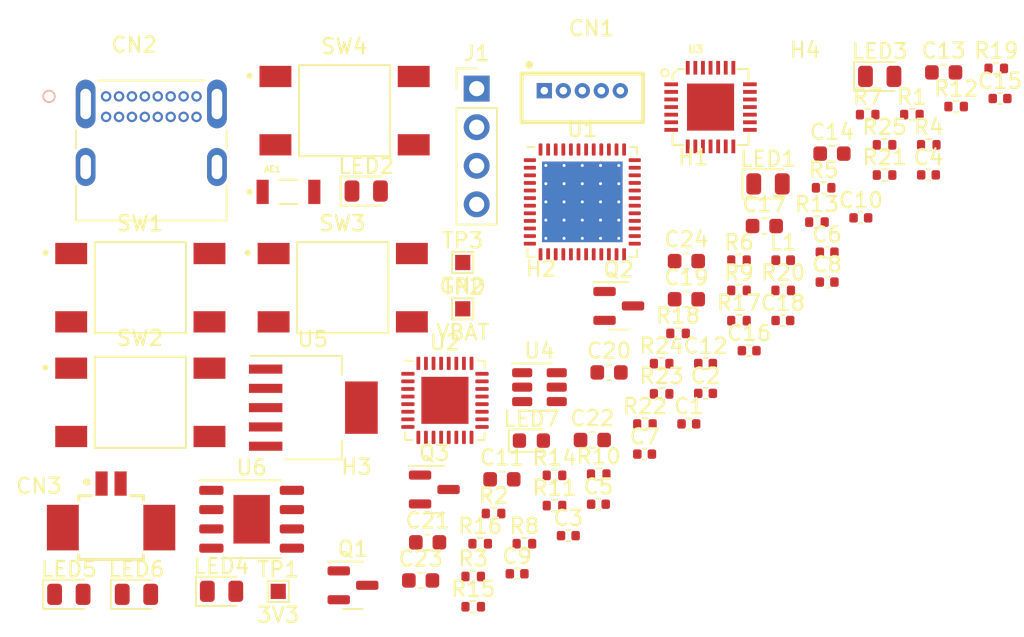
<source format=kicad_pcb>
(kicad_pcb (version 20211014) (generator pcbnew)
  (layers (0 "F.Cu" signal) (1 "In1.Cu" signal "GND") (2 "In2.Cu" signal "PWR") (31 "B.Cu" signal) (34 "B.Paste" user) (35 "F.Paste" user) (36 "B.SilkS" user "B.Silkscreen") (37 "F.SilkS" user "F.Silkscreen") (38 "B.Mask" user) (39 "F.Mask" user) (44 "Edge.Cuts" user))
  (net 0 "")
  (net 1 "Net-(AE1-Pad1)")
  (net 3 "+3V3")
  (net 4 "GND")
  (net 5 "Net-(C7-Pad1)")
  (net 6 "/IO0")
  (net 7 "/ESP_EN")
  (net 8 "VBUS")
  (net 9 "+BATT")
  (net 10 "Net-(CN1-Pad1)")
  (net 11 "Net-(CN1-Pad2)")
  (net 12 "Net-(CN1-Pad3)")
  (net 13 "Net-(CN1-Pad4)")
  (net 14 "Net-(CN1-Pad5)")
  (net 15 "Net-(CN2-PadA5)")
  (net 16 "/USB1_P")
  (net 17 "/USB1_N")
  (net 19 "Net-(CN2-PadB5)")
  (net 21 "/UART_RX")
  (net 22 "/UART_TX")
  (net 23 "Net-(LED1-Pad1)")
  (net 24 "Net-(LED2-Pad1)")
  (net 25 "Net-(LED3-Pad1)")
  (net 26 "Net-(LED4-Pad1)")
  (net 27 "Net-(LED5-Pad1)")
  (net 28 "Net-(LED6-Pad1)")
  (net 29 "Net-(LED7-Pad1)")
  (net 30 "Net-(Q1-Pad1)")
  (net 31 "/RTS")
  (net 32 "Net-(Q2-Pad1)")
  (net 33 "/DTR")
  (net 34 "Net-(Q3-Pad1)")
  (net 35 "Net-(Q3-Pad3)")
  (net 36 "/BOT_BTN")
  (net 37 "Net-(R2-Pad2)")
  (net 38 "Net-(R3-Pad2)")
  (net 39 "/TOP_BTN")
  (net 40 "/LED4")
  (net 41 "/LED3")
  (net 42 "/LED2")
  (net 43 "/LED1")
  (net 44 "/CAP_CLK")
  (net 45 "/CAP_DATA")
  (net 46 "/CAP_ALERT")
  (net 47 "/CAP_RST")
  (net 48 "/USB2_P")
  (net 49 "/USB2_N")
  (net 50 "Net-(R23-Pad2)")
  (net 51 "Net-(R24-Pad1)")
  (net 52 "Net-(R25-Pad2)")
  (footprint "Capacitor_SMD:C_0402_1005Metric" (layer "F.Cu") (at 258.967 68.17)
    (fp_text reference "C8" (at 0 -1.16) (layer "F.SilkS"))
    (fp_text value "2pF")
    (pad "1" smd roundrect locked (at -0.48 0) (size 0.56 0.62) (layers "F.Cu" "F.Paste" "F.Mask") (net 1 "Net-(AE1-Pad1)"))
    (pad "2" smd roundrect locked (at 0.48 0) (size 0.56 0.62) (layers "F.Cu" "F.Paste" "F.Mask") (net 4 "GND"))
  )
  (footprint "Connector_PinHeader_2.54mm:PinHeader_1x04_P2.54mm_Vertical" (layer "F.Cu") (at 235.907 55.43)
    (fp_text reference "J1" (at 0 -2.33) (layer "F.SilkS"))
    (fp_text value "Conn_01x04")
    (pad "1" thru_hole rect locked (at 0 0) (size 1.7 1.7) (drill 1) (layers *.Cu *.Mask) (net 3 "+3V3"))
    (pad "2" thru_hole oval locked (at 0 2.54) (size 1.7 1.7) (drill 1) (layers *.Cu *.Mask) (net 21 "/UART_RX"))
    (pad "3" thru_hole oval locked (at 0 5.08) (size 1.7 1.7) (drill 1) (layers *.Cu *.Mask) (net 22 "/UART_TX"))
    (pad "4" thru_hole oval locked (at 0 7.62) (size 1.7 1.7) (drill 1) (layers *.Cu *.Mask) (net 4 "GND"))
  )
  (footprint "Resistor_SMD:R_0402_1005Metric" (layer "F.Cu") (at 253.167 66.73)
    (fp_text reference "R6" (at 0 -1.17) (layer "F.SilkS"))
    (fp_text value "4.7k")
    (pad "1" smd roundrect locked (at -0.51 0) (size 0.54 0.64) (layers "F.Cu" "F.Paste" "F.Mask") (net 3 "+3V3"))
    (pad "2" smd roundrect locked (at 0.51 0) (size 0.54 0.64) (layers "F.Cu" "F.Paste" "F.Mask") (net 6 "/IO0"))
  )
  (footprint "MountingHole:MountingHole_2.2mm_M2_ISO14580" (layer "F.Cu") (at 240.137 70.19)
    (fp_text reference "H2" (at 0 -2.9) (layer "F.SilkS"))
    (fp_text value "MountingHole")
    (pad "" np_thru_hole circle locked (at 0 0) (size 2.2 2.2) (drill 2.2) (layers *.Cu *.Mask))
  )
  (footprint "personal:ANT_AMCA31-2R450G-S1F-T3" (layer "F.Cu") (at 223.52 62.23)
    (fp_text reference "AE1" (at -1.06 -1.5) (layer "F.SilkS") (effects (font (size 0.393701 0.393701))))
    (fp_text value "AMCA31-2R450G-S1F-T3")
    (pad "1" smd rect (at -1.7 0) (size 0.8 1.6) (layers "F.Cu" "F.Paste" "F.Mask") (net 1 "Net-(AE1-Pad1)"))
    (pad "2" smd rect (at 1.7 0) (size 0.8 1.6) (layers "F.Cu" "F.Paste" "F.Mask"))
  )
  (footprint "Resistor_SMD:R_0402_1005Metric" (layer "F.Cu") (at 235.677 89.55)
    (fp_text reference "R15" (at 0 -1.17) (layer "F.SilkS"))
    (fp_text value "4.7k")
    (pad "1" smd roundrect locked (at -0.51 0) (size 0.54 0.64) (layers "F.Cu" "F.Paste" "F.Mask") (net 46 "/CAP_ALERT"))
    (pad "2" smd roundrect locked (at 0.51 0) (size 0.54 0.64) (layers "F.Cu" "F.Paste" "F.Mask") (net 4 "GND"))
  )
  (footprint "personal:2137160001" (layer "F.Cu") (at 211.519 55.941)
    (fp_text reference "CN2" (at 1.85 -3.4) (layer "F.SilkS"))
    (fp_text value "2137160001")
    (pad "A1" thru_hole circle (at 0 0) (size 0.6858 0.6858) (drill 0.4) (layers *.Cu *.Mask) (net 4 "GND"))
    (pad "A4" thru_hole circle (at 0.85 0) (size 0.6858 0.6858) (drill 0.4) (layers *.Cu *.Mask) (net 8 "VBUS"))
    (pad "A5" thru_hole circle (at 1.7 0) (size 0.6858 0.6858) (drill 0.4) (layers *.Cu *.Mask) (net 15 "Net-(CN2-PadA5)"))
    (pad "A6" thru_hole circle (at 2.55 0) (size 0.6858 0.6858) (drill 0.4) (layers *.Cu *.Mask) (net 16 "/USB1_P"))
    (pad "A7" thru_hole circle (at 3.400001 0) (size 0.6858 0.6858) (drill 0.4) (layers *.Cu *.Mask) (net 17 "/USB1_N"))
    (pad "A8" thru_hole circle (at 4.249999 0) (size 0.6858 0.6858) (drill 0.4) (layers *.Cu *.Mask))
    (pad "A9" thru_hole circle (at 5.1 0) (size 0.6858 0.6858) (drill 0.4) (layers *.Cu *.Mask) (net 8 "VBUS"))
    (pad "A12" thru_hole circle (at 5.950001 0) (size 0.6858 0.6858) (drill 0.4) (layers *.Cu *.Mask) (net 4 "GND"))
    (pad "B1" thru_hole circle (at 5.950001 1.35) (size 0.6858 0.6858) (drill 0.4) (layers *.Cu *.Mask) (net 4 "GND"))
    (pad "B4" thru_hole circle (at 5.1 1.35) (size 0.6858 0.6858) (drill 0.4) (layers *.Cu *.Mask) (net 8 "VBUS"))
    (pad "B5" thru_hole circle (at 4.249999 1.35) (size 0.6858 0.6858) (drill 0.4) (layers *.Cu *.Mask) (net 19 "Net-(CN2-PadB5)"))
    (pad "B6" thru_hole circle (at 3.400001 1.35) (size 0.6858 0.6858) (drill 0.4) (layers *.Cu *.Mask) (net 16 "/USB1_P"))
    (pad "B7" thru_hole circle (at 2.55 1.35) (size 0.6858 0.6858) (drill 0.4) (layers *.Cu *.Mask) (net 17 "/USB1_N"))
    (pad "B8" thru_hole circle (at 1.7 1.35) (size 0.6858 0.6858) (drill 0.4) (layers *.Cu *.Mask))
    (pad "B9" thru_hole circle (at 0.85 1.35) (size 0.6858 0.6858) (drill 0.4) (layers *.Cu *.Mask) (net 8 "VBUS"))
    (pad "B12" thru_hole circle (at 0 1.35) (size 0.6858 0.6858) (drill 0.4) (layers *.Cu *.Mask) (net 4 "GND"))
    (pad "S" thru_hole oval (at 7.294999 0.499999) (size 1.3 3.2) (drill oval 0.7 2) (layers *.Cu *.Mask) (net 4 "GND"))
    (pad "S" thru_hole oval (at -1.345001 4.650001) (size 1.3 2.5) (drill oval 0.7 1.6) (layers *.Cu *.Mask) (net 4 "GND"))
    (pad "S" thru_hole oval (at -1.345001 0.499999) (size 1.3 3.2) (drill oval 0.7 2) (layers *.Cu *.Mask) (net 4 "GND"))
    (pad "S" thru_hole oval (at 7.294999 4.650001) (size 1.3 2.5) (drill oval 0.7 1.6) (layers *.Cu *.Mask) (net 4 "GND"))
  )
  (footprint "Resistor_SMD:R_0402_1005Metric" (layer "F.Cu") (at 264.547 57.14)
    (fp_text reference "R1" (at 0 -1.17) (layer "F.SilkS"))
    (fp_text value "4.7k")
    (pad "1" smd roundrect locked (at -0.51 0) (size 0.54 0.64) (layers "F.Cu" "F.Paste" "F.Mask") (net 3 "+3V3"))
    (pad "2" smd roundrect locked (at 0.51 0) (size 0.54 0.64) (layers "F.Cu" "F.Paste" "F.Mask") (net 36 "/BOT_BTN"))
  )
  (footprint "Capacitor_SMD:C_0402_1005Metric" (layer "F.Cu") (at 253.837 72.69)
    (fp_text reference "C16" (at 0 -1.16) (layer "F.SilkS"))
    (fp_text value "0.1uF")
    (pad "1" smd roundrect locked (at -0.48 0) (size 0.56 0.62) (layers "F.Cu" "F.Paste" "F.Mask") (net 8 "VBUS"))
    (pad "2" smd roundrect locked (at 0.48 0) (size 0.56 0.62) (layers "F.Cu" "F.Paste" "F.Mask") (net 4 "GND"))
  )
  (footprint "Capacitor_SMD:C_0402_1005Metric" (layer "F.Cu") (at 238.567 87.38)
    (fp_text reference "C9" (at 0 -1.16) (layer "F.SilkS"))
    (fp_text value "0.1uF")
    (pad "1" smd roundrect locked (at -0.48 0) (size 0.56 0.62) (layers "F.Cu" "F.Paste" "F.Mask") (net 6 "/IO0"))
    (pad "2" smd roundrect locked (at 0.48 0) (size 0.56 0.62) (layers "F.Cu" "F.Paste" "F.Mask") (net 4 "GND"))
  )
  (footprint "personal:CurrentTestPoint" (layer "F.Cu") (at 222.847 88.54)
    (fp_text reference "TP1" (at 0 -1.448) (layer "F.SilkS"))
    (fp_text value "3V3" (at 0 1.55) (layer "F.SilkS"))
    (pad "1" smd rect (at 0 0) (size 1 1) (layers "F.Cu" "F.Mask") (net 3 "+3V3"))
  )
  (footprint "Package_TO_SOT_SMD:SOT-23" (layer "F.Cu") (at 233.117 81.83)
    (fp_text reference "Q3" (at 0 -2.4) (layer "F.SilkS"))
    (fp_text value "2N7002")
    (pad "1" smd roundrect locked (at -0.9375 -0.95) (size 1.475 0.6) (layers "F.Cu" "F.Paste" "F.Mask") (net 34 "Net-(Q3-Pad1)"))
    (pad "2" smd roundrect locked (at -0.9375 0.95) (size 1.475 0.6) (layers "F.Cu" "F.Paste" "F.Mask") (net 4 "GND"))
    (pad "3" smd roundrect locked (at 0.9375 0) (size 1.475 0.6) (layers "F.Cu" "F.Paste" "F.Mask") (net 35 "Net-(Q3-Pad3)"))
  )
  (footprint "Capacitor_SMD:C_0603_1608Metric" (layer "F.Cu") (at 232.677 85.31)
    (fp_text reference "C21" (at 0 -1.43) (layer "F.SilkS"))
    (fp_text value "4.7uF")
    (pad "1" smd roundrect locked (at -0.775 0) (size 0.9 0.95) (layers "F.Cu" "F.Paste" "F.Mask") (net 8 "VBUS"))
    (pad "2" smd roundrect locked (at 0.775 0) (size 0.9 0.95) (layers "F.Cu" "F.Paste" "F.Mask") (net 4 "GND"))
  )
  (footprint "Capacitor_SMD:C_0603_1608Metric" (layer "F.Cu") (at 244.617 74.12)
    (fp_text reference "C20" (at 0 -1.43) (layer "F.SilkS"))
    (fp_text value "2.2uF")
    (pad "1" smd roundrect locked (at -0.775 0) (size 0.9 0.95) (layers "F.Cu" "F.Paste" "F.Mask") (net 3 "+3V3"))
    (pad "2" smd roundrect locked (at 0.775 0) (size 0.9 0.95) (layers "F.Cu" "F.Paste" "F.Mask") (net 4 "GND"))
  )
  (footprint "Resistor_SMD:R_0402_1005Metric" (layer "F.Cu") (at 246.977 77.52)
    (fp_text reference "R22" (at 0 -1.17) (layer "F.SilkS"))
    (fp_text value "330")
    (pad "1" smd roundrect locked (at -0.51 0) (size 0.54 0.64) (layers "F.Cu" "F.Paste" "F.Mask") (net 35 "Net-(Q3-Pad3)"))
    (pad "2" smd roundrect locked (at 0.51 0) (size 0.54 0.64) (layers "F.Cu" "F.Paste" "F.Mask") (net 27 "Net-(LED5-Pad1)"))
  )
  (footprint "Capacitor_SMD:C_0402_1005Metric" (layer "F.Cu") (at 256.057 70.7)
    (fp_text reference "C18" (at 0 -1.16) (layer "F.SilkS"))
    (fp_text value "0.1uF")
    (pad "1" smd roundrect locked (at -0.48 0) (size 0.56 0.62) (layers "F.Cu" "F.Paste" "F.Mask") (net 9 "+BATT"))
    (pad "2" smd roundrect locked (at 0.48 0) (size 0.56 0.62) (layers "F.Cu" "F.Paste" "F.Mask") (net 4 "GND"))
  )
  (footprint "Capacitor_SMD:C_0603_1608Metric" (layer "F.Cu") (at 254.837 64.48)
    (fp_text reference "C17" (at 0 -1.43) (layer "F.SilkS"))
    (fp_text value "2.2uF")
    (pad "1" smd roundrect locked (at -0.775 0) (size 0.9 0.95) (layers "F.Cu" "F.Paste" "F.Mask") (net 9 "+BATT"))
    (pad "2" smd roundrect locked (at 0.775 0) (size 0.9 0.95) (layers "F.Cu" "F.Paste" "F.Mask") (net 4 "GND"))
  )
  (footprint "Capacitor_SMD:C_0603_1608Metric" (layer "F.Cu") (at 266.637 54.36)
    (fp_text reference "C13" (at 0 -1.43) (layer "F.SilkS"))
    (fp_text value "2.2uF")
    (pad "1" smd roundrect locked (at -0.775 0) (size 0.9 0.95) (layers "F.Cu" "F.Paste" "F.Mask") (net 8 "VBUS"))
    (pad "2" smd roundrect locked (at 0.775 0) (size 0.9 0.95) (layers "F.Cu" "F.Paste" "F.Mask") (net 4 "GND"))
  )
  (footprint "Inductor_SMD:L_0402_1005Metric" (layer "F.Cu") (at 256.077 66.73)
    (fp_text reference "L1" (at 0 -1.17) (layer "F.SilkS"))
    (fp_text value "LQG15HS2N7S02D")
    (pad "1" smd roundrect locked (at -0.485 0) (size 0.59 0.64) (layers "F.Cu" "F.Paste" "F.Mask") (net 5 "Net-(C7-Pad1)"))
    (pad "2" smd roundrect locked (at 0.485 0) (size 0.59 0.64) (layers "F.Cu" "F.Paste" "F.Mask") (net 1 "Net-(AE1-Pad1)"))
  )
  (footprint "Capacitor_SMD:C_0402_1005Metric" (layer "F.Cu") (at 270.347 56.08)
    (fp_text reference "C15" (at 0 -1.16) (layer "F.SilkS"))
    (fp_text value "1uF")
    (pad "1" smd roundrect locked (at -0.48 0) (size 0.56 0.62) (layers "F.Cu" "F.Paste" "F.Mask") (net 8 "VBUS"))
    (pad "2" smd roundrect locked (at 0.48 0) (size 0.56 0.62) (layers "F.Cu" "F.Paste" "F.Mask") (net 4 "GND"))
  )
  (footprint "MountingHole:MountingHole_2.2mm_M2_ISO14580" (layer "F.Cu") (at 257.507 55.78)
    (fp_text reference "H4" (at 0 -2.9) (layer "F.SilkS"))
    (fp_text value "MountingHole")
    (pad "" np_thru_hole circle locked (at 0 0) (size 2.2 2.2) (drill 2.2) (layers *.Cu *.Mask))
  )
  (footprint "Resistor_SMD:R_0402_1005Metric" (layer "F.Cu") (at 253.167 70.71)
    (fp_text reference "R17" (at 0 -1.17) (layer "F.SilkS"))
    (fp_text value "5.1k")
    (pad "1" smd roundrect locked (at -0.51 0) (size 0.54 0.64) (layers "F.Cu" "F.Paste" "F.Mask") (net 15 "Net-(CN2-PadA5)"))
    (pad "2" smd roundrect locked (at 0.51 0) (size 0.54 0.64) (layers "F.Cu" "F.Paste" "F.Mask") (net 4 "GND"))
  )
  (footprint "LED_SMD:LED_0805_2012Metric" (layer "F.Cu") (at 209.067 88.735)
    (fp_text reference "LED5" (at 0 -1.65) (layer "F.SilkS"))
    (fp_text value "NCD0805R1")
    (pad "1" smd roundrect locked (at -0.9375 0) (size 0.975 1.4) (layers "F.Cu" "F.Paste" "F.Mask") (net 27 "Net-(LED5-Pad1)"))
    (pad "2" smd roundrect locked (at 0.9375 0) (size 0.975 1.4) (layers "F.Cu" "F.Paste" "F.Mask") (net 3 "+3V3"))
  )
  (footprint "LED_SMD:LED_0805_2012Metric" (layer "F.Cu") (at 262.427 54.625)
    (fp_text reference "LED3" (at 0 -1.65) (layer "F.SilkS"))
    (fp_text value "NCD0805R1")
    (pad "1" smd roundrect locked (at -0.9375 0) (size 0.975 1.4) (layers "F.Cu" "F.Paste" "F.Mask") (net 25 "Net-(LED3-Pad1)"))
    (pad "2" smd roundrect locked (at 0.9375 0) (size 0.975 1.4) (layers "F.Cu" "F.Paste" "F.Mask") (net 3 "+3V3"))
  )
  (footprint "Capacitor_SMD:C_0603_1608Metric" (layer "F.Cu") (at 249.707 66.79)
    (fp_text reference "C24" (at 0 -1.43) (layer "F.SilkS"))
    (fp_text value "4.7uF")
    (pad "1" smd roundrect locked (at -0.775 0) (size 0.9 0.95) (layers "F.Cu" "F.Paste" "F.Mask") (net 9 "+BATT"))
    (pad "2" smd roundrect locked (at 0.775 0) (size 0.9 0.95) (layers "F.Cu" "F.Paste" "F.Mask") (net 4 "GND"))
  )
  (footprint "Package_TO_SOT_SMD:SOT-23-6" (layer "F.Cu") (at 240.037 75.09)
    (fp_text reference "U4" (at 0 -2.4) (layer "F.SilkS"))
    (fp_text value "SRV05-4-P-T7")
    (pad "1" smd roundrect locked (at -1.1375 -0.95) (size 1.325 0.6) (layers "F.Cu" "F.Paste" "F.Mask") (net 17 "/USB1_N"))
    (pad "2" smd roundrect locked (at -1.1375 0) (size 1.325 0.6) (layers "F.Cu" "F.Paste" "F.Mask") (net 4 "GND"))
    (pad "3" smd roundrect locked (at -1.1375 0.95) (size 1.325 0.6) (layers "F.Cu" "F.Paste" "F.Mask") (net 16 "/USB1_P"))
    (pad "4" smd roundrect locked (at 1.1375 0.95) (size 1.325 0.6) (layers "F.Cu" "F.Paste" "F.Mask"))
    (pad "5" smd roundrect locked (at 1.1375 0) (size 1.325 0.6) (layers "F.Cu" "F.Paste" "F.Mask") (net 8 "VBUS"))
    (pad "6" smd roundrect locked (at 1.1375 -0.95) (size 1.325 0.6) (layers "F.Cu" "F.Paste" "F.Mask"))
  )
  (footprint "Resistor_SMD:R_0402_1005Metric" (layer "F.Cu") (at 248.077 73.54)
    (fp_text reference "R24" (at 0 -1.17) (layer "F.SilkS"))
    (fp_text value "1.2k")
    (pad "1" smd roundrect locked (at -0.51 0) (size 0.54 0.64) (layers "F.Cu" "F.Paste" "F.Mask") (net 51 "Net-(R24-Pad1)"))
    (pad "2" smd roundrect locked (at 0.51 0) (size 0.54 0.64) (layers "F.Cu" "F.Paste" "F.Mask") (net 4 "GND"))
  )
  (footprint "Capacitor_SMD:C_0603_1608Metric" (layer "F.Cu") (at 259.287 59.71)
    (fp_text reference "C14" (at 0 -1.43) (layer "F.SilkS"))
    (fp_text value "2.2uF")
    (pad "1" smd roundrect locked (at -0.775 0) (size 0.9 0.95) (layers "F.Cu" "F.Paste" "F.Mask") (net 8 "VBUS"))
    (pad "2" smd roundrect locked (at 0.775 0) (size 0.9 0.95) (layers "F.Cu" "F.Paste" "F.Mask") (net 4 "GND"))
  )
  (footprint "Capacitor_SMD:C_0402_1005Metric" (layer "F.Cu") (at 250.967 73.53)
    (fp_text reference "C12" (at 0 -1.16) (layer "F.SilkS"))
    (fp_text value "0.1uF")
    (pad "1" smd roundrect locked (at -0.48 0) (size 0.56 0.62) (layers "F.Cu" "F.Paste" "F.Mask") (net 3 "+3V3"))
    (pad "2" smd roundrect locked (at 0.48 0) (size 0.56 0.62) (layers "F.Cu" "F.Paste" "F.Mask") (net 4 "GND"))
  )
  (footprint "Resistor_SMD:R_0402_1005Metric" (layer "F.Cu") (at 241.027 82.89)
    (fp_text reference "R11" (at 0 -1.17) (layer "F.SilkS"))
    (fp_text value "10k")
    (pad "1" smd roundrect locked (at -0.51 0) (size 0.54 0.64) (layers "F.Cu" "F.Paste" "F.Mask") (net 30 "Net-(Q1-Pad1)"))
    (pad "2" smd roundrect locked (at 0.51 0) (size 0.54 0.64) (layers "F.Cu" "F.Paste" "F.Mask") (net 33 "/DTR"))
  )
  (footprint "MountingHole:MountingHole_2.2mm_M2_ISO14580" (layer "F.Cu") (at 227.997 83.24)
    (fp_text reference "H3" (at 0 -2.9) (layer "F.SilkS"))
    (fp_text value "MountingHole")
    (pad "" np_thru_hole circle locked (at 0 0) (size 2.2 2.2) (drill 2.2) (layers *.Cu *.Mask))
  )
  (footprint "personal:SW_2-1437565-8" (layer "F.Cu") (at 213.772 68.54)
    (fp_text reference "SW1" (at -0.025 -4.235) (layer "F.SilkS"))
    (fp_text value "FSM2JSMAA")
    (pad "1" smd rect (at -4.55 -2.25) (size 2.1 1.4) (layers "F.Cu" "F.Paste" "F.Mask") (net 36 "/BOT_BTN"))
    (pad "2" smd rect (at 4.55 -2.25) (size 2.1 1.4) (layers "F.Cu" "F.Paste" "F.Mask") (net 36 "/BOT_BTN"))
    (pad "3" smd rect (at -4.55 2.25) (size 2.1 1.4) (layers "F.Cu" "F.Paste" "F.Mask") (net 4 "GND"))
    (pad "4" smd rect (at 4.55 2.25) (size 2.1 1.4) (layers "F.Cu" "F.Paste" "F.Mask") (net 4 "GND"))
  )
  (footprint "Capacitor_SMD:C_0402_1005Metric" (layer "F.Cu") (at 241.937 84.87)
    (fp_text reference "C3" (at 0 -1.16) (layer "F.SilkS"))
    (fp_text value "1uF")
    (pad "1" smd roundrect locked (at -0.48 0) (size 0.56 0.62) (layers "F.Cu" "F.Paste" "F.Mask") (net 3 "+3V3"))
    (pad "2" smd roundrect locked (at 0.48 0) (size 0.56 0.62) (layers "F.Cu" "F.Paste" "F.Mask") (net 4 "GND"))
  )
  (footprint "personal:MOLEX_53261-0271" (layer "F.Cu") (at 211.847 84.34)
    (fp_text reference "CN3" (at -4.75 -2.75 180) (layer "F.SilkS") (effects (font (size 1.000346 1.000346))))
    (fp_text value "0532610271")
    (pad "1" smd rect locked (at -0.625 -2.9) (size 0.8 1.6) (layers "F.Cu" "F.Paste" "F.Mask") (net 9 "+BATT"))
    (pad "2" smd rect locked (at 0.625 -2.9) (size 0.8 1.6) (layers "F.Cu" "F.Paste" "F.Mask") (net 4 "GND"))
    (pad "P1" smd rect locked (at -3.175 0) (size 2.1 3) (layers "F.Cu" "F.Paste" "F.Mask") (net 4 "GND"))
    (pad "P2" smd rect locked (at 3.175 0) (size 2.1 3) (layers "F.Cu" "F.Paste" "F.Mask") (net 4 "GND"))
  )
  (footprint "personal:CurrentTestPoint" (layer "F.Cu") (at 234.987 66.88)
    (fp_text reference "TP3" (at 0 -1.448) (layer "F.SilkS"))
    (fp_text value "GND" (at 0 1.55) (layer "F.SilkS"))
    (pad "1" smd rect (at 0 0) (size 1 1) (layers "F.Cu" "F.Mask") (net 4 "GND"))
  )
  (footprint "Capacitor_SMD:C_0402_1005Metric" (layer "F.Cu") (at 250.967 75.5)
    (fp_text reference "C2" (at 0 -1.16) (layer "F.SilkS"))
    (fp_text value "1uF")
    (pad "1" smd roundrect locked (at -0.48 0) (size 0.56 0.62) (layers "F.Cu" "F.Paste" "F.Mask") (net 3 "+3V3"))
    (pad "2" smd roundrect locked (at 0.48 0) (size 0.56 0.62) (layers "F.Cu" "F.Paste" "F.Mask") (net 4 "GND"))
  )
  (footprint "personal:SW_2-1437565-8" (layer "F.Cu") (at 227.092 68.54)
    (fp_text reference "SW3" (at -0.025 -4.235) (layer "F.SilkS"))
    (fp_text value "FSM2JSMAA")
    (pad "1" smd rect (at -4.55 -2.25) (size 2.1 1.4) (layers "F.Cu" "F.Paste" "F.Mask") (net 4 "GND"))
    (pad "2" smd rect (at 4.55 -2.25) (size 2.1 1.4) (layers "F.Cu" "F.Paste" "F.Mask") (net 4 "GND"))
    (pad "3" smd rect (at -4.55 2.25) (size 2.1 1.4) (layers "F.Cu" "F.Paste" "F.Mask") (net 7 "/ESP_EN"))
    (pad "4" smd rect (at 4.55 2.25) (size 2.1 1.4) (layers "F.Cu" "F.Paste" "F.Mask") (net 7 "/ESP_EN"))
  )
  (footprint "LED_SMD:LED_0805_2012Metric" (layer "F.Cu") (at 228.637 62.175)
    (fp_text reference "LED2" (at 0 -1.65) (layer "F.SilkS"))
    (fp_text value "NCD0805R1")
    (pad "1" smd roundrect locked (at -0.9375 0) (size 0.975 1.4) (layers "F.Cu" "F.Paste" "F.Mask") (net 24 "Net-(LED2-Pad1)"))
    (pad "2" smd roundrect locked (at 0.9375 0) (size 0.975 1.4) (layers "F.Cu" "F.Paste" "F.Mask") (net 3 "+3V3"))
  )
  (footprint "Resistor_SMD:R_0402_1005Metric" (layer "F.Cu") (at 243.937 80.82)
    (fp_text reference "R10" (at 0 -1.17) (layer "F.SilkS"))
    (fp_text value "330")
    (pad "1" smd roundrect locked (at -0.51 0) (size 0.54 0.64) (layers "F.Cu" "F.Paste" "F.Mask") (net 43 "/LED1"))
    (pad "2" smd roundrect locked (at 0.51 0) (size 0.54 0.64) (layers "F.Cu" "F.Paste" "F.Mask") (net 26 "Net-(LED4-Pad1)"))
  )
  (footprint "Resistor_SMD:R_0402_1005Metric" (layer "F.Cu") (at 253.167 68.72)
    (fp_text reference "R9" (at 0 -1.17) (layer "F.SilkS"))
    (fp_text value "330")
    (pad "1" smd roundrect locked (at -0.51 0) (size 0.54 0.64) (layers "F.Cu" "F.Paste" "F.Mask") (net 42 "/LED2"))
    (pad "2" smd roundrect locked (at 0.51 0) (size 0.54 0.64) (layers "F.Cu" "F.Paste" "F.Mask") (net 25 "Net-(LED3-Pad1)"))
  )
  (footprint "Package_TO_SOT_SMD:SOT-23" (layer "F.Cu") (at 245.257 69.74)
    (fp_text reference "Q2" (at 0 -2.4) (layer "F.SilkS"))
    (fp_text value "MMBT3904")
    (pad "1" smd roundrect locked (at -0.9375 -0.95) (size 1.475 0.6) (layers "F.Cu" "F.Paste" "F.Mask") (net 32 "Net-(Q2-Pad1)"))
    (pad "2" smd roundrect locked (at -0.9375 0.95) (size 1.475 0.6) (layers "F.Cu" "F.Paste" "F.Mask") (net 33 "/DTR"))
    (pad "3" smd roundrect locked (at 0.9375 0) (size 1.475 0.6) (layers "F.Cu" "F.Paste" "F.Mask") (net 6 "/IO0"))
  )
  (footprint "Package_TO_SOT_SMD:SOT-223-6_TabPin3" (layer "F.Cu") (at 225.157 76.44)
    (fp_text reference "U5" (at -0.0375 -4.5) (layer "F.SilkS"))
    (fp_text value "MCP1826T-3302E_DC")
    (pad "1" smd rect locked (at -3.1375 -2.54) (size 2.2 0.6) (layers "F.Cu" "F.Paste" "F.Mask") (net 9 "+BATT"))
    (pad "2" smd rect locked (at -3.1375 -1.27) (size 2.2 0.6) (layers "F.Cu" "F.Paste" "F.Mask") (net 9 "+BATT"))
    (pad "3" smd rect locked (at 3.1625 0) (size 2.15 3.45) (layers "F.Cu" "F.Paste" "F.Mask") (net 4 "GND"))
    (pad "3" smd rect locked (at -3.1375 0) (size 2.2 0.6) (layers "F.Cu" "F.Paste" "F.Mask") (net 4 "GND"))
    (pad "4" smd rect locked (at -3.1375 1.27) (size 2.2 0.6) (layers "F.Cu" "F.Paste" "F.Mask") (net 3 "+3V3"))
    (pad "5" smd rect locked (at -3.1375 2.54) (size 2.2 0.6) (layers "F.Cu" "F.Paste" "F.Mask") (net 34 "Net-(Q3-Pad1)"))
  )
  (footprint "Capacitor_SMD:C_0603_1608Metric" (layer "F.Cu") (at 249.707 69.3)
    (fp_text reference "C19" (at 0 -1.43) (layer "F.SilkS"))
    (fp_text value "2.2uF")
    (pad "1" smd roundrect locked (at -0.775 0) (size 0.9 0.95) (layers "F.Cu" "F.Paste" "F.Mask") (net 3 "+3V3"))
    (pad "2" smd roundrect locked (at 0.775 0) (size 0.9 0.95) (layers "F.Cu" "F.Paste" "F.Mask") (net 4 "GND"))
  )
  (footprint "Capacitor_SMD:C_0603_1608Metric" (layer "F.Cu") (at 237.567 81.16)
    (fp_text reference "C11" (at 0 -1.43) (layer "F.SilkS"))
    (fp_text value "2.2uF")
    (pad "1" smd roundrect locked (at -0.775 0) (size 0.9 0.95) (layers "F.Cu" "F.Paste" "F.Mask") (net 3 "+3V3"))
    (pad "2" smd roundrect locked (at 0.775 0) (size 0.9 0.95) (layers "F.Cu" "F.Paste" "F.Mask") (net 4 "GND"))
  )
  (footprint "Resistor_SMD:R_0402_1005Metric" (layer "F.Cu") (at 258.737 61.96)
    (fp_text reference "R5" (at 0 -1.17) (layer "F.SilkS"))
    (fp_text value "10k")
    (pad "1" smd roundrect locked (at -0.51 0) (size 0.54 0.64) (layers "F.Cu" "F.Paste" "F.Mask") (net 3 "+3V3"))
    (pad "2" smd roundrect locked (at 0.51 0) (size 0.54 0.64) (layers "F.Cu" "F.Paste" "F.Mask") (net 7 "/ESP_EN"))
  )
  (footprint "Resistor_SMD:R_0402_1005Metric" (layer "F.Cu") (at 237.017 83.41)
    (fp_text reference "R2" (at 0 -1.17) (layer "F.SilkS"))
    (fp_text value "0")
    (pad "1" smd roundrect locked (at -0.51 0) (size 0.54 0.64) (layers "F.Cu" "F.Paste" "F.Mask") (net 21 "/UART_RX"))
    (pad "2" smd roundrect locked (at 0.51 0) (size 0.54 0.64) (layers "F.Cu" "F.Paste" "F.Mask") (net 37 "Net-(R2-Pad2)"))
  )
  (footprint "Resistor_SMD:R_0402_1005Metric" (layer "F.Cu") (at 258.297 64.22)
    (fp_text reference "R13" (at 0 -1.17) (layer "F.SilkS"))
    (fp_text value "4.7k")
    (pad "1" smd roundrect locked (at -0.51 0) (size 0.54 0.64) (layers "F.Cu" "F.Paste" "F.Mask") (net 3 "+3V3"))
    (pad "2" smd roundrect locked (at 0.51 0) (size 0.54 0.64) (layers "F.Cu" "F.Paste" "F.Mask") (net 44 "/CAP_CLK"))
  )
  (footprint "personal:SW_2-1437565-8" (layer "F.Cu") (at 213.772 76.09)
    (fp_text reference "SW2" (at -0.025 -4.235) (layer "F.SilkS"))
    (fp_text value "FSM2JSMAA")
    (pad "1" smd rect (at -4.55 -2.25) (size 2.1 1.4) (layers "F.Cu" "F.Paste" "F.Mask") (net 39 "/TOP_BTN"))
    (pad "2" smd rect (at 4.55 -2.25) (size 2.1 1.4) (layers "F.Cu" "F.Paste" "F.Mask") (net 39 "/TOP_BTN"))
    (pad "3" smd rect (at -4.55 2.25) (size 2.1 1.4) (layers "F.Cu" "F.Paste" "F.Mask") (net 4 "GND"))
    (pad "4" smd rect (at 4.55 2.25) (size 2.1 1.4) (layers "F.Cu" "F.Paste" "F.Mask") (net 4 "GND"))
  )
  (footprint "LED_SMD:LED_0603_1608Metric" (layer "F.Cu") (at 239.507 78.61)
    (fp_text reference "LED7" (at 0 -1.43) (layer "F.SilkS"))
    (fp_text value "19-213/Y2C-CQ2R2L/3T(CY)")
    (pad "1" smd roundrect locked (at -0.7875 0) (size 0.875 0.95) (layers "F.Cu" "F.Paste" "F.Mask") (net 29 "Net-(LED7-Pad1)"))
    (pad "2" smd roundrect locked (at 0.7875 0) (size 0.875 0.95) (layers "F.Cu" "F.Paste" "F.Mask") (net 8 "VBUS"))
  )
  (footprint "Package_TO_SOT_SMD:SOT-23" (layer "F.Cu") (at 227.767 88.14)
    (fp_text reference "Q1" (at 0 -2.4) (layer "F.SilkS"))
    (fp_text value "MMBT3904")
    (pad "1" smd roundrect locked (at -0.9375 -0.95) (size 1.475 0.6) (layers "F.Cu" "F.Paste" "F.Mask") (net 30 "Net-(Q1-Pad1)"))
    (pad "2" smd roundrect locked (at -0.9375 0.95) (size 1.475 0.6) (layers "F.Cu" "F.Paste" "F.Mask") (net 31 "/RTS"))
    (pad "3" smd roundrect locked (at 0.9375 0) (size 1.475 0.6) (layers "F.Cu" "F.Paste" "F.Mask") (net 7 "/ESP_EN"))
  )
  (footprint "personal:QFN28G_0.5-5X5MM" (layer "F.Cu") (at 251.2955 56.645)
    (fp_text reference "U3" (at -0.976228 -3.805681) (layer "F.SilkS") (effects (font (size 0.480111 0.480111))))
    (fp_text value "CP2102-GMR")
    (pad "1" smd rect (at -2.59 -1.5) (size 0.9 0.254) (layers "F.Cu" "F.Paste" "F.Mask"))
    (pad "2" smd rect (at -2.59 -1) (size 0.9 0.254) (layers "F.Cu" "F.Paste" "F.Mask"))
    (pad "3" smd rect (at -2.59 -0.5) (size 0.9 0.254) (layers "F.Cu" "F.Paste" "F.Mask") (net 4 "GND"))
    (pad "4" smd rect (at -2.59 0) (size 0.9 0.254) (layers "F.Cu" "F.Paste" "F.Mask") (net 48 "/USB2_P"))
    (pad "5" smd rect (at -2.59 0.5) (size 0.9 0.254) (layers "F.Cu" "F.Paste" "F.Mask") (net 49 "/USB2_N"))
    (pad "6" smd rect (at -2.59 1) (size 0.9 0.254) (layers "F.Cu" "F.Paste" "F.Mask"))
    (pad "7" smd rect (at -2.59 1.5) (size 0.9 0.254) (layers "F.Cu" "F.Paste" "F.Mask") (net 8 "VBUS"))
    (pad "8" smd rect (at -1.5 2.59) (size 0.254 0.9) (layers "F.Cu" "F.Paste" "F.Mask") (net 8 "VBUS"))
    (pad "9" smd rect (at -1 2.59) (size 0.254 0.9) (layers "F.Cu" "F.Paste" "F.Mask") (net 8 "VBUS"))
    (pad "10" smd rect (at -0.5 2.59) (size 0.254 0.9) (layers "F.Cu" "F.Paste" "F.Mask"))
    (pad "11" smd rect (at 0 2.59) (size 0.254 0.9) (layers "F.Cu" "F.Paste" "F.Mask"))
    (pad "12" smd rect (at 0.5 2.59) (size 0.254 0.9) (layers "F.Cu" "F.Paste" "F.Mask"))
    (pad "13" smd rect (at 1 2.59) (size 0.254 0.9) (layers "F.Cu" "F.Paste" "F.Mask"))
    (pad "14" smd rect (at 1.5 2.59) (size 0.254 0.9) (layers "F.Cu" "F.Paste" "F.Mask"))
    (pad "15" smd rect (at 2.59 1.5) (size 0.9 0.254) (layers "F.Cu" "F.Paste" "F.Mask"))
    (pad "16" smd rect (at 2.59 1) (size 0.9 0.254) (layers "F.Cu" "F.Paste" "F.Mask"))
    (pad "17" smd rect (at 2.59 0.5) (size 0.9 0.254) (layers "F.Cu" "F.Paste" "F.Mask"))
    (pad "18" smd rect (at 2.59 0) (size 0.9 0.254) (layers "F.Cu" "F.Paste" "F.Mask"))
    (pad "19" smd rect (at 2.59 -0.5) (size 0.9 0.254) (layers "F.Cu" "F.Paste" "F.Mask"))
    (pad "20" smd rect (at 2.59 -1) (size 0.9 0.254) (layers "F.Cu" "F.Paste" "F.Mask"))
    (pad "21" smd rect (at 2.59 -1.5) (size 0.9 0.254) (layers "F.Cu" "F.Paste" "F.Mask"))
    (pad "22" smd rect (at 1.5 -2.59) (size 0.254 0.9) (layers "F.Cu" "F.Paste" "F.Mask"))
    (pad "23" smd rect (at 1 -2.59) (size 0.254 0.9) (layers "F.Cu" "F.Paste" "F.Mask"))
    (pad "24" smd rect (at 0.5 -2.59) (size 0.254 0.9) (layers "F.Cu" "F.Paste" "F.Mask") (net 31 "/RTS"))
    (pad "25" smd rect (at 0 -2.59) (size 0.254 0.9) (layers "F.Cu" "F.Paste" "F.Mask") (net 21 "/UART_RX"))
    (pad "26" smd rect (at -0.5 -2.59) (size 0.254 0.9) (layers "F.Cu" "F.Paste" "F.Mask") (net 22 "/UART_TX"))
    (pad "27" smd rect (at -1 -2.59) (size 0.254 0.9) (layers "F.Cu" "F.Paste" "F.Mask"))
    (pad "28" smd rect (at -1.5 -2.59) (size 0.254 0.9) (layers "F.Cu" "F.Paste" "F.Mask") (net 33 "/DTR"))
    (pad "29" smd rect (at 0 0) (size 3.1 3.1) (layers "F.Cu" "F.Mask") (net 4 "GND"))
  )
  (footprint "Package_SO:HTSOP-8-1EP_3.9x4.9mm_P1.27mm_EP2.4x3.2mm" (layer "F.Cu") (at 221.097 83.79)
    (fp_text reference "U6" (at 0 -3.4) (layer "F.SilkS"))
    (fp_text value "TP4056-42-ESOP8")
    (pad "1" smd roundrect locked (at -2.65 -1.905) (size 1.6 0.6) (layers "F.Cu" "F.Paste" "F.Mask") (net 4 "GND"))
    (pad "2" smd roundrect locked (at -2.65 -0.635) (size 1.6 0.6) (layers "F.Cu" "F.Paste" "F.Mask") (net 51 "Net-(R24-Pad1)"))
    (pad "3" smd roundrect locked (at -2.65 0.635) (size 1.6 0.6) (layers "F.Cu" "F.Paste" "F.Mask") (net 4 "GND"))
    (pad "4" smd roundrect locked (at -2.65 1.905) (size 1.6 0.6) (layers "F.Cu" "F.Paste" "F.Mask") (net 8 "VBUS"))
    (pad "5" smd roundrect locked (at 2.65 1.905) (size 1.6 0.6) (layers "F.Cu" "F.Paste" "F.Mask") (net 9 "+BATT"))
    (pad "6" smd roundrect locked (at 2.65 0.635) (size 1.6 0.6) (layers "F.Cu" "F.Paste" "F.Mask") (net 52 "Net-(R25-Pad2)"))
    (pad "7" smd roundrect locked (at 2.65 -0.635) (size 1.6 0.6) (layers "F.Cu" "F.Paste" "F.Mask") (net 50 "Net-(R23-Pad2)"))
    (pad "8" smd roundrect locked (at 2.65 -1.905) (size 1.6 0.6) (layers "F.Cu" "F.Paste" "F.Mask") (net 8 "VBUS"))
    (pad "9" smd rect locked (at 0 0) (size 2.4 3.2) (layers "F.Cu" "F.Mask") (net 4 "GND"))
  )
  (footprint "LED_SMD:LED_0805_2012Metric" (layer "F.Cu") (at 219.117 88.535)
    (fp_text reference "LED4" (at 0 -1.65) (layer "F.SilkS"))
    (fp_text value "NCD0805R1")
    (pad "1" smd roundrect locked (at -0.9375 0) (size 0.975 1.4) (layers "F.Cu" "F.Paste" "F.Mask") (net 26 "Net-(LED4-Pad1)"))
    (pad "2" smd roundrect locked (at 0.9375 0) (size 0.975 1.4) (layers "F.Cu" "F.Paste" "F.Mask") (net 3 "+3V3"))
  )
  (footprint "Resistor_SMD:R_0402_1005Metric" (layer "F.Cu") (at 262.747 61.12)
    (fp_text reference "R21" (at 0 -1.17) (layer "F.SilkS"))
    (fp_text value "100k")
    (pad "1" smd roundrect locked (at -0.51 0) (size 0.54 0.64) (layers "F.Cu" "F.Paste" "F.Mask") (net 34 "Net-(Q3-Pad1)"))
    (pad "2" smd roundrect locked (at 0.51 0) (size 0.54 0.64) (layers "F.Cu" "F.Paste" "F.Mask") (net 3 "+3V3"))
  )
  (footprint "Resistor_SMD:R_0402_1005Metric" (layer "F.Cu") (at 248.077 75.53)
    (fp_text reference "R23" (at 0 -1.17) (layer "F.SilkS"))
    (fp_text value "1.5k")
    (pad "1" smd roundrect locked (at -0.51 0) (size 0.54 0.64) (layers "F.Cu" "F.Paste" "F.Mask") (net 28 "Net-(LED6-Pad1)"))
    (pad "2" smd roundrect locked (at 0.51 0) (size 0.54 0.64) (layers "F.Cu" "F.Paste" "F.Mask") (net 50 "Net-(R23-Pad2)"))
  )
  (footprint "Capacitor_SMD:C_0402_1005Metric" (layer "F.Cu") (at 258.967 66.2)
    (fp_text reference "C6" (at 0 -1.16) (layer "F.SilkS"))
    (fp_text value "0.1uF")
    (pad "1" smd roundrect locked (at -0.48 0) (size 0.56 0.62) (layers "F.Cu" "F.Paste" "F.Mask") (net 3 "+3V3"))
    (pad "2" smd roundrect locked (at 0.48 0) (size 0.56 0.62) (layers "F.Cu" "F.Paste" "F.Mask") (net 4 "GND"))
  )
  (footprint "Resistor_SMD:R_0402_1005Metric" (layer "F.Cu") (at 236.137 85.4)
    (fp_text reference "R16" (at 0 -1.17) (layer "F.SilkS"))
    (fp_text value "4.7k")
    (pad "1" smd roundrect locked (at -0.51 0) (size 0.54 0.64) (layers "F.Cu" "F.Paste" "F.Mask") (net 47 "/CAP_RST"))
    (pad "2" smd roundrect locked (at 0.51 0) (size 0.54 0.64) (layers "F.Cu" "F.Paste" "F.Mask") (net 4 "GND"))
  )
  (footprint "MountingHole:MountingHole_2.2mm_M2_ISO14580" (layer "F.Cu") (at 250.157 62.86)
    (fp_text reference "H1" (at 0 -2.9) (layer "F.SilkS"))
    (fp_text value "MountingHole")
    (pad "" np_thru_hole circle locked (at 0 0) (size 2.2 2.2) (drill 2.2) (layers *.Cu *.Mask))
  )
  (footprint "Resistor_SMD:R_0402_1005Metric" (layer "F.Cu") (at 241.027 80.9)
    (fp_text reference "R14" (at 0 -1.17) (layer "F.SilkS"))
    (fp_text value "4.7k")
    (pad "1" smd roundrect locked (at -0.51 0) (size 0.54 0.64) (layers "F.Cu" "F.Paste" "F.Mask") (net 3 "+3V3"))
    (pad "2" smd roundrect locked (at 0.51 0) (size 0.54 0.64) (layers "F.Cu" "F.Paste" "F.Mask") (net 45 "/CAP_DATA"))
  )
  (footprint "personal:CurrentTestPoint" (layer "F.Cu") (at 234.987 69.93)
    (fp_text reference "TP2" (at 0 -1.448) (layer "F.SilkS"))
    (fp_text value "VBAT" (at 0 1.55) (layer "F.SilkS"))
    (pad "1" smd rect (at 0 0) (size 1 1) (layers "F.Cu" "F.Mask") (net 9 "+BATT"))
  )
  (footprint "Resistor_SMD:R_0402_1005Metric" (layer "F.Cu") (at 249.157 71.55)
    (fp_text reference "R18" (at 0 -1.17) (layer "F.SilkS"))
    (fp_text value "5.1k")
    (pad "1" smd roundrect locked (at -0.51 0) (size 0.54 0.64) (layers "F.Cu" "F.Paste" "F.Mask") (net 19 "Net-(CN2-PadB5)"))
    (pad "2" smd roundrect locked (at 0.51 0) (size 0.54 0.64) (layers "F.Cu" "F.Paste" "F.Mask") (net 4 "GND"))
  )
  (footprint "Resistor_SMD:R_0402_1005Metric" (layer "F.Cu") (at 270.097 54.1)
    (fp_text reference "R19" (at 0 -1.17) (layer "F.SilkS"))
    (fp_text value "0")
    (pad "1" smd roundrect locked (at -0.51 0) (size 0.54 0.64) (layers "F.Cu" "F.Paste" "F.Mask") (net 16 "/USB1_P"))
    (pad "2" smd roundrect locked (at 0.51 0) (size 0.54 0.64) (layers "F.Cu" "F.Paste" "F.Mask") (net 48 "/USB2_P"))
  )
  (footprint "Resistor_SMD:R_0402_1005Metric" (layer "F.Cu") (at 235.677 87.56)
    (fp_text reference "R3" (at 0 -1.17) (layer "F.SilkS"))
    (fp_text value "0")
    (pad "1" smd roundrect locked (at -0.51 0) (size 0.54 0.64) (layers "F.Cu" "F.Paste" "F.Mask") (net 22 "/UART_TX"))
    (pad "2" smd roundrect locked (at 0.51 0) (size 0.54 0.64) (layers "F.Cu" "F.Paste" "F.Mask") (net 38 "Net-(R3-Pad2)"))
  )
  (footprint "Package_DFN_QFN:QFN-48-1EP_7x7mm_P0.5mm_EP5.3x5.3mm_ThermalVias" (layer "F.Cu") (at 242.857 62.89)
    (fp_text reference "U1" (at 0 -4.8) (layer "F.SilkS"))
    (fp_text value "ESP32-PICO-D4")
    (pad "1" smd roundrect locked (at -3.45 -2.75) (size 0.8 0.25) (layers "F.Cu" "F.Paste" "F.Mask") (net 3 "+3V3"))
    (pad "2" smd roundrect locked (at -3.45 -2.25) (size 0.8 0.25) (layers "F.Cu" "F.Paste" "F.Mask") (net 5 "Net-(C7-Pad1)"))
    (pad "3" smd roundrect locked (at -3.45 -1.75) (size 0.8 0.25) (layers "F.Cu" "F.Paste" "F.Mask") (net 3 "+3V3"))
    (pad "4" smd roundrect locked (at -3.45 -1.25) (size 0.8 0.25) (layers "F.Cu" "F.Paste" "F.Mask") (net 3 "+3V3"))
    (pad "5" smd roundrect locked (at -3.45 -0.75) (size 0.8 0.25) (layers "F.Cu" "F.Paste" "F.Mask"))
    (pad "6" smd roundrect locked (at -3.45 -0.25) (size 0.8 0.25) (layers "F.Cu" "F.Paste" "F.Mask") (net 36 "/BOT_BTN"))
    (pad "7" smd roundrect locked (at -3.45 0.25) (size 0.8 0.25) (layers "F.Cu" "F.Paste" "F.Mask") (net 39 "/TOP_BTN"))
    (pad "8" smd roundrect locked (at -3.45 0.75) (size 0.8 0.25) (layers "F.Cu" "F.Paste" "F.Mask"))
    (pad "9" smd roundrect locked (at -3.45 1.25) (size 0.8 0.25) (layers "F.Cu" "F.Paste" "F.Mask") (net 7 "/ESP_EN"))
    (pad "10" smd roundrect locked (at -3.45 1.75) (size 0.8 0.25) (layers "F.Cu" "F.Paste" "F.Mask"))
    (pad "11" smd roundrect locked (at -3.45 2.25) (size 0.8 0.25) (layers "F.Cu" "F.Paste" "F.Mask"))
    (pad "12" smd roundrect locked (at -3.45 2.75) (size 0.8 0.25) (layers "F.Cu" "F.Paste" "F.Mask"))
    (pad "13" smd roundrect locked (at -2.75 3.45) (size 0.25 0.8) (layers "F.Cu" "F.Paste" "F.Mask") (net 41 "/LED3"))
    (pad "14" smd roundrect locked (at -2.25 3.45) (size 0.25 0.8) (layers "F.Cu" "F.Paste" "F.Mask"))
    (pad "15" smd roundrect locked (at -1.75 3.45) (size 0.25 0.8) (layers "F.Cu" "F.Paste" "F.Mask") (net 40 "/LED4"))
    (pad "16" smd roundrect locked (at -1.25 3.45) (size 0.25 0.8) (layers "F.Cu" "F.Paste" "F.Mask"))
    (pad "17" smd roundrect locked (at -0.75 3.45) (size 0.25 0.8) (layers "F.Cu" "F.Paste" "F.Mask") (net 42 "/LED2"))
    (pad "18" smd roundrect locked (at -0.25 3.45) (size 0.25 0.8) (layers "F.Cu" "F.Paste" "F.Mask"))
    (pad "19" smd roundrect locked (at 0.25 3.45) (size 0.25 0.8) (layers "F.Cu" "F.Paste" "F.Mask") (net 3 "+3V3"))
    (pad "20" smd roundrect locked (at 0.75 3.45) (size 0.25 0.8) (layers "F.Cu" "F.Paste" "F.Mask"))
    (pad "21" smd roundrect locked (at 1.25 3.45) (size 0.25 0.8) (layers "F.Cu" "F.Paste" "F.Mask"))
    (pad "22" smd roundrect locked (at 1.75 3.45) (size 0.25 0.8) (layers "F.Cu" "F.Paste" "F.Mask"))
    (pad "23" smd roundrect locked (at 2.25 3.45) (size 0.25 0.8) (layers "F.Cu" "F.Paste" "F.Mask") (net 6 "/IO0"))
    (pad "24" smd roundrect locked (at 2.75 3.45) (size 0.25 0.8) (layers "F.Cu" "F.Paste" "F.Mask"))
    (pad "25" smd roundrect locked (at 3.45 2.75) (size 0.8 0.25) (layers "F.Cu" "F.Paste" "F.Mask") (net 43 "/LED1"))
    (pad "26" smd roundrect locked (at 3.45 2.25) (size 0.8 0.25) (layers "F.Cu" "F.Paste" "F.Mask") (net 3 "+3V3"))
    (pad "27" smd roundrect locked (at 3.45 1.75) (size 0.8 0.25) (layers "F.Cu" "F.Paste" "F.Mask") (net 47 "/CAP_RST"))
    (pad "28" smd roundrect locked (at 3.45 1.25) (size 0.8 0.25) (layers "F.Cu" "F.Paste" "F.Mask"))
    (pad "29" smd roundrect locked (at 3.45 0.75) (size 0.8 0.25) (layers "F.Cu" "F.Paste" "F.Mask"))
    (pad "30" smd roundrect locked (at 3.45 0.25) (size 0.8 0.25) (layers "F.Cu" "F.Paste" "F.Mask"))
    (pad "31" smd roundrect locked (at 3.45 -0.25) (size 0.8 0.25) (layers "F.Cu" "F.Paste" "F.Mask"))
    (pad "32" smd roundrect locked (at 3.45 -0.75) (size 0.8 0.25) (layers "F.Cu" "F.Paste" "F.Mask"))
    (pad "33" smd roundrect locked (at 3.45 -1.25) (size 0.8 0.25) (layers "F.Cu" "F.Paste" "F.Mask"))
    (pad "34" smd roundrect locked (at 3.45 -1.75) (size 0.8 0.25) (layers "F.Cu" "F.Paste" "F.Mask"))
    (pad "35" smd roundrect locked (at 3.45 -2.25) (size 0.8 0.25) (layers "F.Cu" "F.Paste" "F.Mask") (net 46 "/CAP_ALERT"))
    (pad "36" smd roundrect locked (at 3.45 -2.75) (size 0.8 0.25) (layers "F.Cu" "F.Paste" "F.Mask"))
    (pad "37" smd roundrect locked (at 2.75 -3.45) (size 0.25 0.8) (layers "F.Cu" "F.Paste" "F.Mask") (net 3 "+3V3"))
    (pad "38" smd roundrect locked (at 2.25 -3.45) (size 0.25 0.8) (layers "F.Cu" "F.Paste" "F.Mask"))
    (pad "39" smd roundrect locked (at 1.75 -3.45) (size 0.25 0.8) (layers "F.Cu" "F.Paste" "F.Mask") (net 44 "/CAP_CLK"))
    (pad "40" smd roundrect locked (at 1.25 -3.45) (size 0.25 0.8) (layers "F.Cu" "F.Paste" "F.Mask") (net 38 "Net-(R3-Pad2)"))
    (pad "41" smd roundrect locked (at 0.75 -3.45) (size 0.25 0.8) (layers "F.Cu" "F.Paste" "F.Mask") (net 37 "Net-(R2-Pad2)"))
    (pad "42" smd roundrect locked (at 0.25 -3.45) (size 0.25 0.8) (layers "F.Cu" "F.Paste" "F.Mask") (net 45 "/CAP_DATA"))
    (pad "43" smd roundrect locked (at -0.25 -3.45) (size 0.25 0.8) (layers "F.Cu" "F.Paste" "F.Mask") (net 3 "+3V3"))
    (pad "44" smd roundrect locked (at -0.75 -3.45) (size 0.25 0.8) (layers "F.Cu" "F.Paste" "F.Mask"))
    (pad "45" smd roundrect locked (at -1.25 -3.45) (size 0.25 0.8) (layers "F.Cu" "F.Paste" "F.Mask"))
    (pad "46" smd roundrect locked (at -1.75 -3.45) (size 0.25 0.8) (layers "F.Cu" "F.Paste" "F.Mask") (net 3 "+3V3"))
    (pad "47" smd roundrect locked (at -2.25 -3.45) (size 0.25 0.8) (layers "F.Cu" "F.Paste" "F.Mask"))
    (pad "48" smd roundrect locked (at -2.75 -3.45) (size 0.25 0.8) (layers "F.Cu" "F.Paste" "F.Mask"))
    (pad "49" thru_hole circle locked (at 2.4 -2.4) (size 0.5 0.5) (drill 0.2) (layers *.Cu) (net 4 "GND"))
    (pad "49" thru_hole circle locked (at 1.2 -1.2) (size 0.5 0.5) (drill 0.2) (layers *.Cu) (net 4 "GND"))
    (pad "49" thru_hole circle locked (at -2.4 -2.4) (size 0.5 0.5) (drill 0.2) (layers *.Cu) (net 4 "GND"))
    (pad "49" thru_hole circle locked (at 1.2 0) (size 0.5 0.5) (drill 0.2) (layers *.Cu) (net 4 "GND"))
    (pad "49" thru_hole circle locked (at 2.4 -1.2) (size 0.5 0.5) (drill 0.2) (layers *.Cu) (net 4 "GND"))
    (pad "49" thru_hole circle locked (at -1.2 -1.2) (size 0.5 0.5) (drill 0.2) (layers *.Cu) (net 4 "GND"))
    (pad "49" thru_hole circle locked (at 2.4 2.4) (size 0.5 0.5) (drill 0.2) (layers *.Cu) (net 4 "GND"))
    (pad "49" thru_hole circle locked (at -2.4 -1.2) (size 0.5 0.5) (drill 0.2) (layers *.Cu) (net 4 "GND"))
    (pad "49" thru_hole circle locked (at 0 -1.2) (size 0.5 0.5) (drill 0.2) (layers *.Cu) (net 4 "GND"))
    (pad "49" thru_hole circle locked (at 1.2 1.2) (size 0.5 0.5) (drill 0.2) (layers *.Cu) (net 4 "GND"))
    (pad "49" thru_hole circle locked (at 0 2.4) (size 0.5 0.5) (drill 0.2) (layers *.Cu) (net 4 "GND"))
    (pad "49" thru_hole circle locked (at 0 0) (size 0.5 0.5) (drill 0.2) (layers *.Cu) (net 4 "GND"))
    (pad "49" smd rect locked (at 0 0) (size 5.3 5.3) (layers "F.Cu" "F.Mask") (net 4 "GND"))
    (pad "49" thru_hole circle locked (at 0 -2.4) (size 0.5 0.5) (drill 0.2) (layers *.Cu) (net 4 "GND"))
    (pad "49" thru_hole circle locked (at 1.2 -2.4) (size 0.5 0.5) (drill 0.2) (layers *.Cu) (net 4 "GND"))
    (pad "49" thru_hole circle locked (at -1.2 0) (size 0.5 0.5) (drill 0.2) (layers *.Cu) (net 4 "GND"))
    (pad "49" thru_hole circle locked (at -1.2 1.2) (size 0.5 0.5) (drill 0.2) (layers *.Cu) (net 4 "GND"))
    (pad "49" smd rect locked (at 0 0) (size 5.3 5.3) (layers "B.Cu") (net 4 "GND"))
    (pad "49" thru_hole circle locked (at 2.4 1.2) (size 0.5 0.5) (drill 0.2) (layers *.Cu) (net 4 "GND"))
    (pad "49" thru_hole circle locked (at -1.2 -2.4) (size 0.5 0.5) (drill 0.2) (layers *.Cu) (net 4 "GND"))
    (pad "49" thru_hole circle locked (at -2.4 2.4) (size 0.5 0.5) (drill 0.2) (layers *.Cu) (net 4 "GND"))
    (pad "49" thru_hole circle locked (at 2.4 0) (size 0.5 0.5) (drill 0.2) (layers *.Cu) (net 4 "GND"))
    (pad "49" thru_hole circle locked (at -2.4 0) (size 0.5 0.5) (drill 0.2) (layers *.Cu) (net 4 "GND"))
    (pad "49" thru_hole circle locked (at 0 1.2) (size 0.5 0.5) (drill 0.2) (layers *.Cu) (net 4 "GND"))
    (pad "49" thru_hole circle locked (at -2.4 1.2) (size 0.5 0.5) (drill 0.2) (layers *.Cu) (net 4 "GND"))
    (pad "49" thru_hole circle locked (at -1.2 2.4) (size 0.5 0.5) (drill 0.2) (layers *.Cu) (net 4 "GND"))
    (pad "49" thru_hole circle locked (at 1.2 2.4) (size 0.5 0.5) (drill 0.2) (layers *.Cu) (net 4 "GND"))
  )
  (footprint "Capacitor_SMD:C_0402_1005Metric" (layer "F.Cu") (at 265.637 61.11)
    (fp_text reference "C4" (at 0 -1.16) (layer "F.SilkS"))
    (fp_text value "0.1uF")
    (pad "1" smd roundrect locked (at -0.48 0) (size 0.56 0.62) (layers "F.Cu" "F.Paste" "F.Mask") (net 3 "+3V3"))
    (pad "2" smd roundrect locked (at 0.48 0) (size 0.56 0.62) (layers "F.Cu" "F.Paste" "F.Mask") (net 4 "GND"))
  )
  (footprint "LED_SMD:LED_0805_2012Metric" (layer "F.Cu") (at 255.077 61.705)
    (fp_text reference "LED1" (at 0 -1.65) (layer "F.SilkS"))
    (fp_text value "NCD0805R1")
    (pad "1" smd roundrect locked (at -0.9375 0) (size 0.975 1.4) (layers "F.Cu" "F.Paste" "F.Mask") (net 23 "Net-(LED1-Pad1)"))
    (pad "2" smd roundrect locked (at 0.9375 0) (size 0.975 1.4) (layers "F.Cu" "F.Paste" "F.Mask") (net 3 "+3V3"))
  )
  (footprint "Resistor_SMD:R_0402_1005Metric" (layer "F.Cu") (at 239.047 85.4)
    (fp_text reference "R8" (at 0 -1.17) (layer "F.SilkS"))
    (fp_text value "330")
    (pad "1" smd roundrect locked (at -0.51 0) (size 0.54 0.64) (layers "F.Cu" "F.Paste" "F.Mask") (net 41 "/LED3"))
    (pad "2" smd roundrect locked (at 0.51 0) (size 0.54 0.64) (layers "F.Cu" "F.Paste" "F.Mask") (net 24 "Net-(LED2-Pad1)"))
  )
  (footprint "personal:0530470510" (layer "F.Cu") (at 242.859 55.565)
    (fp_text reference "CN1" (at 0.6 -4.1 unlocked) (layer "F.SilkS"))
    (fp_text value "0530470510")
    (pad "1" thru_hole rect (at -2.5 0) (size 1 1) (drill 0.5) (layers *.Cu *.Mask) (net 10 "Net-(CN1-Pad1)"))
    (pad "2" thru_hole circle (at -1.25 0) (size 1 1) (drill 0.5) (layers *.Cu *.Mask) (net 11 "Net-(CN1-Pad2)"))
    (pad "3" thru_hole circle (at 0 0) (size 1 1) (drill 0.5) (layers *.Cu *.Mask) (net 12 "Net-(CN1-Pad3)"))
    (pad "4" thru_hole circle (at 1.25 0) (size 1 1) (drill 0.5) (layers *.Cu *.Mask) (net 13 "Net-(CN1-Pad4)"))
    (pad "5" thru_hole circle (at 2.5 0) (size 1 1) (drill 0.5) (layers *.Cu *.Mask) (net 14 "Net-(CN1-Pad5)"))
  )
  (footprint "personal:SW_2-1437565-8" (layer "F.Cu") (at 227.212 56.88)
    (fp_text reference "SW4" (at -0.025 -4.235) (layer "F.SilkS"))
    (fp_text value "FSM2JSMAA")
    (pad "1" smd rect (at -4.55 -2.25) (size 2.1 1.4) (layers "F.Cu" "F.Paste" "F.Mask") (net 4 "GND"))
    (pad "2" smd rect (at 4.55 -2.25) (size 2.1 1.4) (layers "F.Cu" "F.Paste" "F.Mask") (net 4 "GND"))
    (pad "3" smd rect (at -4.55 2.25) (size 2.1 1.4) (layers "F.Cu" "F.Paste" "F.Mask") (net 6 "/IO0"))
    (pad "4" smd rect (at 4.55 2.25) (size 2.1 1.4) (layers "F.Cu" "F.Paste" "F.Mask") (net 6 "/IO0"))
  )
  (footprint "Resistor_SMD:R_0402_1005Metric" (layer "F.Cu") (at 267.457 56.61)
    (fp_text reference "R12" (at 0 -1.17) (layer "F.SilkS"))
    (fp_text value "10k")
    (pad "1" smd roundrect locked (at -0.51 0) (size 0.54 0.64) (layers "F.Cu" "F.Paste" "F.Mask") (net 32 "Net-(Q2-Pad1)"))
    (pad "2" smd roundrect locked (at 0.51 0) (size 0.54 0.64) (layers "F.Cu" "F.Paste" "F.Mask") (net 31 "/RTS"))
  )
  (footprint "Resistor_SMD:R_0402_1005Metric" (layer "F.Cu") (at 262.747 59.13)
    (fp_text reference "R25" (at 0 -1.17) (layer "F.SilkS"))
    (fp_text value "1.5k")
    (pad "1" smd roundrect locked (at -0.51 0) (size 0.54 0.64) (layers "F.Cu" "F.Paste" "F.Mask") (net 29 "Net-(LED7-Pad1)"))
    (pad "2" smd roundrect locked (at 0.51 0) (size 0.54 0.64) (layers "F.Cu" "F.Paste" "F.Mask") (net 52 "Net-(R25-Pad2)"))
  )
  (footprint "Capacitor_SMD:C_0603_1608Metric" (layer "F.Cu") (at 232.217 87.82)
    (fp_text reference "C23" (at 0 -1.43) (layer "F.SilkS"))
    (fp_text value "4.7uF")
    (pad "1" smd roundrect locked (at -0.775 0) (size 0.9 0.95) (layers "F.Cu" "F.Paste" "F.Mask") (net 9 "+BATT"))
    (pad "2" smd roundrect locked (at 0.775 0) (size 0.9 0.95) (layers "F.Cu" "F.Paste" "F.Mask") (net 4 "GND"))
  )
  (footprint "Resistor_SMD:R_0402_1005Metric" (layer "F.Cu") (at 265.657 59.13)
    (fp_text reference "R4" (at 0 -1.17) (layer "F.SilkS"))
    (fp_text value "4.7k")
    (pad "1" smd roundrect locked (at -0.51 0) (size 0.54 0.64) (layers "F.Cu" "F.Paste" "F.Mask") (net 3 "+3V3"))
    (pad "2" smd roundrect locked (at 0.51 0) (size 0.54 0.64) (layers "F.Cu" "F.Paste" "F.Mask") (net 39 "/TOP_BTN"))
  )
  (footprint "Resistor_SMD:R_0402_1005Metric" (layer "F.Cu") (at 261.637 57.14)
    (fp_text reference "R7" (at 0 -1.17) (layer "F.SilkS"))
    (fp_text value "330")
    (pad "1" smd roundrect locked (at -0.51 0) (size 0.54 0.64) (layers "F.Cu" "F.Paste" "F.Mask") (net 40 "/LED4"))
    (pad "2" smd roundrect locked (at 0.51 0) (size 0.54 0.64) (layers "F.Cu" "F.Paste" "F.Mask") (net 23 "Net-(LED1-Pad1)"))
  )
  (footprint "Capacitor_SMD:C_0603_1608Metric" (layer "F.Cu") (at 243.517 78.57)
    (fp_text reference "C22" (at 0 -1.43) (layer "F.SilkS"))
    (fp_text value "4.7uF")
    (pad "1" smd roundrect locked (at -0.775 0) (size 0.9 0.95) (layers "F.Cu" "F.Paste" "F.Mask") (net 8 "VBUS"))
    (pad "2" smd roundrect locked (at 0.775 0) (size 0.9 0.95) (layers "F.Cu" "F.Paste" "F.Mask") (net 4 "GND"))
  )
  (footprint "Capacitor_SMD:C_0402_1005Metric" (layer "F.Cu") (at 249.867 77.51)
    (fp_text reference "C1" (at 0 -1.16) (layer "F.SilkS"))
    (fp_text value "1uF")
    (pad "1" smd roundrect locked (at -0.48 0) (size 0.56 0.62) (layers "F.Cu" "F.Paste" "F.Mask") (net 3 "+3V3"))
    (pad "2" smd roundrect locked (at 0.48 0) (size 0.56 0.62) (layers "F.Cu" "F.Paste" "F.Mask") (net 4 "GND"))
  )
  (footprint "Resistor_SMD:R_0402_1005Metric" (layer "F.Cu") (at 256.077 68.72)
    (fp_text reference "R20" (at 0 -1.17) (layer "F.SilkS"))
    (fp_text value "0")
    (pad "1" smd roundrect locked (at -0.51 0) (size 0.54 0.64) (layers "F.Cu" "F.Paste" "F.Mask") (net 17 "/USB1_N"))
    (pad "2" smd roundrect locked (at 0.51 0) (size 0.54 0.64) (layers "F.Cu" "F.Paste" "F.Mask") (net 49 "/USB2_N"))
  )
  (footprint "LED_SMD:LED_0805_2012Metric" (layer "F.Cu") (at 213.517 88.735)
    (fp_text reference "LED6" (at 0 -1.65) (layer "F.SilkS"))
    (fp_text value "NCD0805R1")
    (pad "1" smd roundrect locked (at -0.9375 0) (size 0.975 1.4) (layers "F.Cu" "F.Paste" "F.Mask") (net 28 "Net-(LED6-Pad1)"))
    (pad "2" smd roundrect locked (at 0.9375 0) (size 0.975 1.4) (layers "F.Cu" "F.Paste" "F.Mask") (net 8 "VBUS"))
  )
  (footprint "Package_DFN_QFN:QFN-32-1EP_5x5mm_P0.5mm_EP3.1x3.1mm" (layer "F.Cu") (at 233.817 75.96)
    (fp_text reference "U2" (at 0 -3.82) (layer "F.SilkS"))
    (fp_text value "CAP1114-1-EZK-TR")
    (pad "1" smd roundrect locked (at -2.4375 -1.75) (size 0.875 0.25) (layers "F.Cu" "F.Paste" "F.Mask"))
    (pad "2" smd roundrect locked (at -2.4375 -1.25) (size 0.875 0.25) (layers "F.Cu" "F.Paste" "F.Mask") (net 10 "Net-(CN1-Pad1)"))
    (pad "3" smd roundrect locked (at -2.4375 -0.75) (size 0.875 0.25) (layers "F.Cu" "F.Paste" "F.Mask") (net 11 "Net-(CN1-Pad2)"))
    (pad "4" smd roundrect locked (at -2.4375 -0.25) (size 0.875 0.25) (layers "F.Cu" "F.Paste" "F.Mask") (net 12 "Net-(CN1-Pad3)"))
    (pad "5" smd roundrect locked (at -2.4375 0.25) (size 0.875 0.25) (layers "F.Cu" "F.Paste" "F.Mask") (net 13 "Net-(CN1-Pad4)"))
    (pad "6" smd roundrect locked (at -2.4375 0.75) (size 0.875 0.25) (layers "F.Cu" "F.Paste" "F.Mask") (net 14 "Net-(CN1-Pad5)"))
    (pad "7" smd roundrect locked (at -2.4375 1.25) (size 0.875 0.25) (layers "F.Cu" "F.Paste" "F.Mask"))
    (pad "8" smd roundrect locked (at -2.4375 1.75) (size 0.875 0.25) (layers "F.Cu" "F.Paste" "F.Mask") (net 3 "+3V3"))
    (pad "9" smd roundrect locked (at -1.75 2.4375) (size 0.25 0.875) (layers "F.Cu" "F.Paste" "F.Mask"))
    (pad "10" smd roundrect locked (at -1.25 2.4375) (size 0.25 0.875) (layers "F.Cu" "F.Paste" "F.Mask"))
    (pad "11" smd roundrect locked (at -0.75 2.4375) (size 0.25 0.875) (layers "F.Cu" "F.Paste" "F.Mask"))
    (pad "12" smd roundrect locked (at -0.25 2.4375) (size 0.25 0.875) (layers "F.Cu" "F.Paste" "F.Mask"))
    (pad "13" smd roundrect locked (at 0.25 2.4375) (size 0.25 0.875) (layers "F.Cu" "F.Paste" "F.Mask"))
    (pad "14" smd roundrect locked (at 0.75 2.4375) (size 0.25 0.875) (layers "F.Cu" "F.Paste" "F.Mask"))
    (pad "15" smd roundrect locked (at 1.25 2.4375) (size 0.25 0.875) (layers "F.Cu" "F.Paste" "F.Mask"))
    (pad "16" smd roundrect locked (at 1.75 2.4375) (size 0.25 0.875) (layers "F.Cu" "F.Paste" "F.Mask"))
    (pad "17" smd roundrect locked (at 2.4375 1.75) (size 0.875 0.25) (layers "F.Cu" "F.Paste" "F.Mask"))
    (pad "18" smd roundrect locked (at 2.4375 1.25) (size 0.875 0.25) (layers "F.Cu" "F.Paste" "F.Mask"))
    (pad "19" smd roundrect locked (at 2.4375 0.75) (size 0.875 0.25) (layers "F.Cu" "F.Paste" "F.Mask"))
    (pad "20" smd roundrect locked (at 2.4375 0.25) (size 0.875 0.25) (layers "F.Cu" "F.Paste" "F.Mask") (net 46 "/CAP_ALERT"))
    (pad "21" smd roundrect locked (at 2.4375 -0.25) (size 0.875 0.25) (layers "F.Cu" "F.Paste" "F.Mask") (net 45 "/CAP_DATA"))
    (pad "22" smd roundrect locked (at 2.4375 -0.75) (size 0.875 0.25) (layers "F.Cu" "F.Paste" "F.Mask") (net 44 "/CAP_CLK"))
    (pad "23" smd roundrect locked (at 2.4375 -1.25) (size 0.875 0.25) (layers "F.Cu" "F.Paste" "F.Mask") (net 47 "/CAP_RST"))
    (pad "24" smd roundrect locked (at 2.4375 -1.75) (size 0.875 0.25) (layers "F.Cu" "F.Paste" "F.Mask") (net 4 "GND"))
    (pad "25" smd roundrect locked (at 1.75 -2.4375) (size 0.25 0.875) (layers "F.Cu" "F.Paste" "F.Mask") (net 4 "GND"))
    (pad "26" smd roundrect locked (at 1.25 -2.4375) (size 0.25 0.875) (layers "F.Cu" "F.Paste" "F.Mask"))
    (pad "27" smd roundrect locked (at 0.75 -2.4375) (size 0.25 0.875) (layers "F.Cu" "F.Paste" "F.Mask"))
    (pad "28" smd roundrect locked (at 0.25 -2.4375) (size 0.25 0.875) (layers "F.Cu" "F.Paste" "F.Mask"))
    (pad "29" smd roundrect locked (at -0.25 -2.4375) (size 0.25 0.875) (layers "F.Cu" "F.Paste" "F.Mask"))
    (pad "30" smd roundrect locked (at -0.75 -2.4375) (size 0.25 0.875) (layers "F.Cu" "F.Paste" "F.Mask"))
    (pad "31" smd roundrect locked (at -1.25 -2.4375) (size 0.25 0.875) (layers "F.Cu" "F.Paste" "F.Mask"))
    (pad "32" smd roundrect locked (at -1.75 -2.4375) (size 0.25 0.875) (layers "F.Cu" "F.Paste" "F.Mask"))
    (pad "33" smd rect locked (at 0 0) (size 3.1 3.1) (layers "F.Cu" "F.Mask") (net 4 "GND"))
  )
  (footprint "Capacitor_SMD:C_0402_1005Metric" (layer "F.Cu") (at 246.957 79.5)
    (fp_text reference "C7" (at 0 -1.16) (layer "F.SilkS"))
    (fp_text value "2.7pF")
    (pad "1" smd roundrect locked (at -0.48 0) (size 0.56 0.62) (layers "F.Cu" "F.Paste" "F.Mask") (net 5 "Net-(C7-Pad1)"))
    (pad "2" smd roundrect locked (at 0.48 0) (size 0.56 0.62) (layers "F.Cu" "F.Paste" "F.Mask") (net 4 "GND"))
  )
  (footprint "Capacitor_SMD:C_0402_1005Metric" (layer "F.Cu") (at 243.917 82.8)
    (fp_text reference "C5" (at 0 -1.16) (layer "F.SilkS"))
    (fp_text value "0.1uF")
    (pad "1" smd roundrect locked (at -0.48 0) (size 0.56 0.62) (layers "F.Cu" "F.Paste" "F.Mask") (net 3 "+3V3"))
    (pad "2" smd roundrect locked (at 0.48 0) (size 0.56 0.62) (layers "F.Cu" "F.Paste" "F.Mask") (net 4 "GND"))
  )
  (footprint "Capacitor_SMD:C_0402_1005Metric" (layer "F.Cu") (at 261.187 63.94)
    (fp_text reference "C10" (at 0 -1.16) (layer "F.SilkS"))
    (fp_text value "1uF")
    (pad "1" smd roundrect locked (at -0.48 0) (size 0.56 0.62) (layers "F.Cu" "F.Paste" "F.Mask") (net 7 "/ESP_EN"))
    (pad "2" smd roundrect locked (at 0.48 0) (size 0.56 0.62) (layers "F.Cu" "F.Paste" "F.Mask") (net 4 "GND"))
  )
)
</source>
